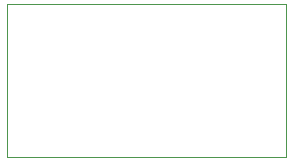
<source format=gm1>
G04 #@! TF.GenerationSoftware,KiCad,Pcbnew,(5.1.4)-1*
G04 #@! TF.CreationDate,2020-03-20T17:51:06+00:00*
G04 #@! TF.ProjectId,drv120_solenoid_driver,64727631-3230-45f7-936f-6c656e6f6964,rev?*
G04 #@! TF.SameCoordinates,Original*
G04 #@! TF.FileFunction,Profile,NP*
%FSLAX46Y46*%
G04 Gerber Fmt 4.6, Leading zero omitted, Abs format (unit mm)*
G04 Created by KiCad (PCBNEW (5.1.4)-1) date 2020-03-20 17:51:06*
%MOMM*%
%LPD*%
G04 APERTURE LIST*
%ADD10C,0.050000*%
G04 APERTURE END LIST*
D10*
X134112000Y-109728000D02*
X134112000Y-96774000D01*
X157734000Y-109728000D02*
X134112000Y-109728000D01*
X157734000Y-96774000D02*
X157734000Y-109728000D01*
X134112000Y-96774000D02*
X157734000Y-96774000D01*
M02*

</source>
